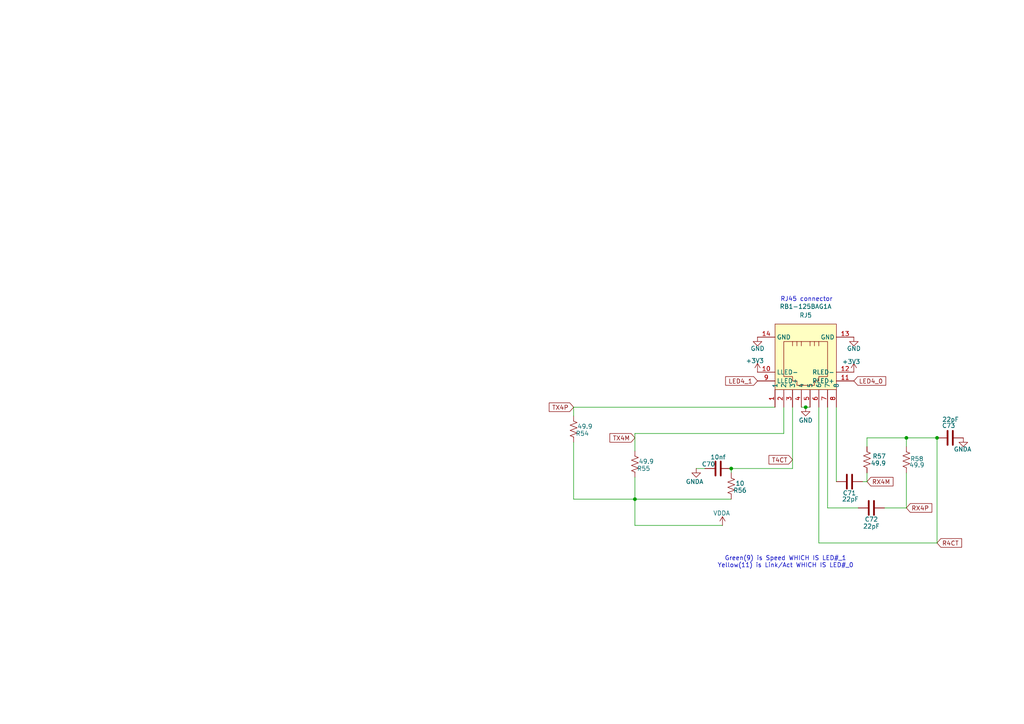
<source format=kicad_sch>
(kicad_sch (version 20250114) (generator "eeschema") (generator_version "9.0")
  (paper "A4")
  (title_block (date "2025-04-01") (rev "1") (company "Bronco Space") (comment 1 "SCALES") (comment 2 "By John Pollak"))
  (lib_symbols
    (symbol "Device:C" (pin_numbers (hide yes)) (pin_names (offset 0.254))
      (property "Reference" "C" (at 0.635 2.54 0))
      (property "Value" "C" (at 0.635 -2.54 0))
      (symbol "C_0_1"
        (polyline (pts (xy -2.032 0.762) (xy 2.032 0.762)) (stroke (width 0.508)))
        (polyline (pts (xy -2.032 -0.762) (xy 2.032 -0.762)) (stroke (width 0.508)))
      )
      (symbol "C_1_1"
        (pin passive line (at 0 3.81 270) (length 2.794) (name "~") (number "1"))
        (pin passive line (at 0 -3.81 90) (length 2.794) (name "~") (number "2"))
      )
    )
    (symbol "Device:R_US" (pin_numbers (hide yes)) (pin_names (offset 0))
      (property "Reference" "R" (at 2.54 0 90))
      (property "Value" "R_US" (at -2.54 0 90))
      (symbol "R_US_0_1"
        (polyline (pts (xy 0 2.286) (xy 0 2.54)))
        (polyline (pts (xy 0 2.286) (xy 1.016 1.905) (xy 0 1.524) (xy -1.016 1.143) (xy 0 0.762)))
        (polyline (pts (xy 0 0.762) (xy 1.016 0.381) (xy 0 0) (xy -1.016 -0.381) (xy 0 -0.762)))
        (polyline (pts (xy 0 -0.762) (xy 1.016 -1.143) (xy 0 -1.524) (xy -1.016 -1.905) (xy 0 -2.286)))
        (polyline (pts (xy 0 -2.286) (xy 0 -2.54)))
      )
      (symbol "R_US_1_1"
        (pin passive line (at 0 3.81 270) (length 1.27) (name "~") (number "1"))
        (pin passive line (at 0 -3.81 90) (length 1.27) (name "~") (number "2"))
      )
    )
    (symbol "easyeda2kicad:RB1-125BAG1A"
      (property "Reference" "RJ" (at 0 12.7 0))
      (property "Value" "RB1-125BAG1A" (at 0 -17.78 0))
      (symbol "RB1-125BAG1A_0_1"
        (rectangle (start -7.62 11.43) (end 10.16 -7.62) (fill (type background)))
        (polyline (pts (xy -2.54 6.35) (xy -2.54 5.08) (xy -2.54 5.08)))
        (polyline (pts (xy -1.27 6.35) (xy -1.27 5.08) (xy -1.27 5.08)))
        (polyline (pts (xy 0 6.35) (xy 0 5.08) (xy 0 5.08)))
        (polyline (pts (xy 2.54 6.35) (xy 2.54 5.08) (xy 2.54 5.08)))
        (polyline (pts (xy 3.81 6.35) (xy 3.81 5.08) (xy 3.81 5.08)))
        (polyline (pts (xy 5.08 6.35) (xy 5.08 5.08) (xy 5.08 5.08)))
        (polyline (pts (xy 7.62 6.35) (xy -5.08 6.35) (xy -5.08 -3.81) (xy -2.54 -3.81) (xy -2.54 -5.08) (xy -1.27 -5.08) (xy -1.27 -5.08) (xy -1.27 -6.35) (xy 3.81 -6.35) (xy 3.81 -5.08) (xy 5.08 -5.08) (xy 5.08 -3.81) (xy 7.62 -3.81) (xy 7.62 6.35) (xy 7.62 5.08)))
        (pin unspecified line (at -12.7 7.62 0) (length 5.08) (name "GND") (number "14"))
        (pin unspecified line (at -12.7 -2.54 0) (length 5.08) (name "LLED-") (number "10"))
        (pin unspecified line (at -12.7 -5.08 0) (length 5.08) (name "LLED+") (number "9"))
        (pin unspecified line (at -7.62 -12.7 90) (length 5.08) (name "1") (number "1"))
        (pin unspecified line (at -5.08 -12.7 90) (length 5.08) (name "2") (number "2"))
        (pin unspecified line (at -2.54 -12.7 90) (length 5.08) (name "3") (number "3"))
        (pin unspecified line (at 0 -12.7 90) (length 5.08) (name "4") (number "4"))
        (pin unspecified line (at 2.54 -12.7 90) (length 5.08) (name "5") (number "5"))
        (pin unspecified line (at 5.08 -12.7 90) (length 5.08) (name "6") (number "6"))
        (pin unspecified line (at 7.62 -12.7 90) (length 5.08) (name "7") (number "7"))
        (pin unspecified line (at 10.16 -12.7 90) (length 5.08) (name "8") (number "8"))
        (pin unspecified line (at 15.24 7.62 180) (length 5.08) (name "GND") (number "13"))
        (pin unspecified line (at 15.24 -2.54 180) (length 5.08) (name "RLED-") (number "12"))
        (pin unspecified line (at 15.24 -5.08 180) (length 5.08) (name "RLED+") (number "11"))
      )
    )
    (symbol "power:+3V3" (power) (pin_numbers (hide yes)) (pin_names (offset 0) (hide yes))
      (property "Value" "+3V3" (at 0 3.556 0))
      (symbol "+3V3_0_1"
        (polyline (pts (xy -0.762 1.27) (xy 0 2.54)))
        (polyline (pts (xy 0 2.54) (xy 0.762 1.27)))
        (polyline (pts (xy 0 0) (xy 0 2.54)))
      )
      (symbol "+3V3_1_1"
        (pin power_in line (at 0 0 90) (length 0) (name "~") (number "1"))
      )
    )
    (symbol "power:GND" (power) (pin_numbers (hide yes)) (pin_names (offset 0) (hide yes))
      (property "Value" "GND" (at 0 -3.81 0))
      (symbol "GND_0_1"
        (polyline (pts (xy 0 0) (xy 0 -1.27) (xy 1.27 -1.27) (xy 0 -2.54) (xy -1.27 -1.27) (xy 0 -1.27)))
      )
      (symbol "GND_1_1"
        (pin power_in line (at 0 0 270) (length 0) (name "~") (number "1"))
      )
    )
    (symbol "power:VPP" (power) (pin_numbers (hide yes)) (pin_names (offset 0) (hide yes))
      (property "Value" "VPP" (at 0 3.556 0))
      (symbol "VPP_0_1"
        (polyline (pts (xy -0.762 1.27) (xy 0 2.54)))
        (polyline (pts (xy 0 2.54) (xy 0.762 1.27)))
        (polyline (pts (xy 0 0) (xy 0 2.54)))
      )
      (symbol "VPP_1_1"
        (pin power_in line (at 0 0 90) (length 0) (name "~") (number "1"))
      )
    )
  )
  (text "Green(9) is Speed WHICH IS LED#_1\nYellow(11) is Link/Act WHICH IS LED#_0\n" (at 227.838 163.068 0) (effects (font (size 1.27 1.27))))
  (text "RJ45 connector" (at 233.934 86.868 0) (effects (font (size 1.27 1.27))))
  (junction (at 212.09 135.89))
  (junction (at 233.68 118.11))
  (junction (at 262.89 127))
  (junction (at 271.78 127))
  (junction (at 184.15 144.78))
  (wire (pts (xy 166.37 144.78) (xy 184.15 144.78)))
  (wire (pts (xy 212.09 144.78) (xy 184.15 144.78)))
  (wire (pts (xy 237.49 118.11) (xy 237.49 157.48)))
  (wire (pts (xy 184.15 130.81) (xy 184.15 125.73)))
  (wire (pts (xy 262.89 147.32) (xy 262.89 137.16)))
  (wire (pts (xy 201.93 135.89) (xy 204.47 135.89)))
  (wire (pts (xy 240.03 147.32) (xy 240.03 118.11)))
  (wire (pts (xy 166.37 118.11) (xy 224.79 118.11)))
  (wire (pts (xy 271.78 157.48) (xy 271.78 127)))
  (wire (pts (xy 212.09 135.89) (xy 229.87 135.89)))
  (wire (pts (xy 166.37 128.27) (xy 166.37 144.78)))
  (wire (pts (xy 212.09 137.16) (xy 212.09 135.89)))
  (wire (pts (xy 234.95 118.11) (xy 233.68 118.11)))
  (wire (pts (xy 209.55 152.4) (xy 184.15 152.4)))
  (wire (pts (xy 227.33 125.73) (xy 227.33 118.11)))
  (wire (pts (xy 248.92 147.32) (xy 240.03 147.32)))
  (wire (pts (xy 237.49 157.48) (xy 271.78 157.48)))
  (wire (pts (xy 262.89 127) (xy 262.89 129.54)))
  (wire (pts (xy 251.46 127) (xy 251.46 129.54)))
  (wire (pts (xy 184.15 152.4) (xy 184.15 144.78)))
  (wire (pts (xy 229.87 118.11) (xy 229.87 135.89)))
  (wire (pts (xy 251.46 139.7) (xy 250.19 139.7)))
  (wire (pts (xy 233.68 118.11) (xy 232.41 118.11)))
  (wire (pts (xy 256.54 147.32) (xy 262.89 147.32)))
  (wire (pts (xy 166.37 118.11) (xy 166.37 120.65)))
  (wire (pts (xy 251.46 139.7) (xy 251.46 137.16)))
  (wire (pts (xy 251.46 127) (xy 262.89 127)))
  (wire (pts (xy 242.57 118.11) (xy 242.57 139.7)))
  (wire (pts (xy 227.33 125.73) (xy 184.15 125.73)))
  (wire (pts (xy 184.15 138.43) (xy 184.15 144.78)))
  (wire (pts (xy 271.78 127) (xy 262.89 127)))
  (global_label "LED4_0" (shape input) (at 247.65 110.49 0) (property "Intersheetrefs" "${INTERSHEET_REFS}" (effects (hide yes))))
  (global_label "T4CT" (shape input) (at 229.87 133.35 180) (property "Intersheetrefs" "${INTERSHEET_REFS}" (effects (hide yes))))
  (global_label "TX4M" (shape input) (at 184.15 127 180) (property "Intersheetrefs" "${INTERSHEET_REFS}" (effects (hide yes))))
  (global_label "R4CT" (shape input) (at 271.78 157.48 0) (property "Intersheetrefs" "${INTERSHEET_REFS}" (effects (hide yes))))
  (global_label "RX4M" (shape input) (at 251.46 139.7 0) (property "Intersheetrefs" "${INTERSHEET_REFS}" (effects (hide yes))))
  (global_label "TX4P" (shape input) (at 166.37 118.11 180) (property "Intersheetrefs" "${INTERSHEET_REFS}" (effects (hide yes))))
  (global_label "LED4_1" (shape input) (at 219.71 110.49 180) (property "Intersheetrefs" "${INTERSHEET_REFS}" (effects (hide yes))))
  (global_label "RX4P" (shape input) (at 262.89 147.32 0) (property "Intersheetrefs" "${INTERSHEET_REFS}" (effects (hide yes))))
  (symbol (lib_id "power:GND") (at 247.65 97.79 0) (unit 1)
    (property "Reference" "#PWR0120" (effects (hide yes)))
    (property "Value" "GND" (at 245.618 101.092 0) (effects (justify left)))
    (property "Description" "Power symbol creates a global label with name \"GND\" , ground" (effects (hide yes)))
  )
  (symbol (lib_id "power:GND") (at 219.71 97.79 0) (unit 1)
    (property "Reference" "#PWR0117" (effects (hide yes)))
    (property "Value" "GND" (at 217.678 101.092 0) (effects (justify left)))
    (property "Description" "Power symbol creates a global label with name \"GND\" , ground" (effects (hide yes)))
  )
  (symbol (lib_id "Device:C") (at 252.73 147.32 270) (unit 1)
    (property "Reference" "C72" (at 252.73 150.622 90))
    (property "Value" "22pF" (at 252.73 152.654 90))
    (property "Footprint" "Capacitor_SMD:C_0402_1005Metric" (effects (hide yes)))
    (property "Description" "Unpolarized capacitor" (effects (hide yes)))
  )
  (symbol (lib_id "power:+3V3") (at 247.65 107.95 0) (unit 1)
    (property "Reference" "#PWR0121" (effects (hide yes)))
    (property "Value" "+3V3" (at 246.888 104.902 0))
    (property "Description" "Power symbol creates a global label with name \"+3V3\"" (effects (hide yes)))
  )
  (symbol (lib_id "power:VPP") (at 209.55 152.4 0) (unit 1)
    (property "Reference" "#PWR0116" (effects (hide yes)))
    (property "Value" "VDDA" (at 209.296 148.844 0))
    (property "Description" "Power symbol creates a global label with name \"VPP\"" (effects (hide yes)))
  )
  (symbol (lib_id "easyeda2kicad:RB1-125BAG1A") (at 232.41 105.41 0) (unit 1)
    (property "Reference" "RJ5" (at 233.68 91.44 0))
    (property "Value" "RB1-125BAG1A" (at 233.68 88.9 0))
    (property "Footprint" "easyeda2kicad:RJ45-TH_RB1-125BAG1A" (effects (hide yes)))
    (property "Datasheet" "https://lcsc.com/product-detail/Ethernet-Connectors-Modular-Connectors-RJ45-RJ11_WIZNET-RB1-125BAG1A_C910370.html" (effects (hide yes)))
    (property "LCSC Part" "C910370" (effects (hide yes)))
  )
  (symbol (lib_id "Device:R_US") (at 262.89 133.35 0) (unit 1)
    (property "Reference" "R58" (at 265.938 133.096 0))
    (property "Value" "49.9" (at 265.938 134.874 0))
    (property "Footprint" "Resistor_SMD:R_0603_1608Metric" (effects (hide yes)))
    (property "Description" "Resistor, US symbol" (effects (hide yes)))
  )
  (symbol (lib_id "Device:R_US") (at 251.46 133.35 0) (unit 1)
    (property "Reference" "R57" (at 255.016 132.334 0))
    (property "Value" "49.9" (at 254.762 134.366 0))
    (property "Footprint" "Resistor_SMD:R_0603_1608Metric" (effects (hide yes)))
    (property "Description" "Resistor, US symbol" (effects (hide yes)))
  )
  (symbol (lib_id "Device:R_US") (at 184.15 134.62 0) (unit 1)
    (property "Reference" "R55" (at 186.69 135.89 0))
    (property "Value" "49.9" (at 187.452 133.858 0))
    (property "Footprint" "Resistor_SMD:R_0603_1608Metric" (effects (hide yes)))
    (property "Description" "Resistor, US symbol" (effects (hide yes)))
  )
  (symbol (lib_id "Device:R_US") (at 212.09 140.97 0) (unit 1)
    (property "Reference" "R56" (at 214.63 142.24 0))
    (property "Value" "10" (at 214.63 140.208 0))
    (property "Footprint" "Resistor_SMD:R_0603_1608Metric" (effects (hide yes)))
    (property "Description" "Resistor, US symbol" (effects (hide yes)))
  )
  (symbol (lib_id "Device:C") (at 246.38 139.7 270) (unit 1)
    (property "Reference" "C71" (at 246.38 143.002 90))
    (property "Value" "22pF" (at 246.634 144.78 90))
    (property "Footprint" "Capacitor_SMD:C_0402_1005Metric" (effects (hide yes)))
    (property "Description" "Unpolarized capacitor" (effects (hide yes)))
  )
  (symbol (lib_id "Device:R_US") (at 166.37 124.46 0) (unit 1)
    (property "Reference" "R54" (at 168.91 125.73 0))
    (property "Value" "49.9" (at 169.672 123.698 0))
    (property "Footprint" "Resistor_SMD:R_0603_1608Metric" (effects (hide yes)))
    (property "Description" "Resistor, US symbol" (effects (hide yes)))
  )
  (symbol (lib_id "Device:C") (at 208.28 135.89 90) (unit 1)
    (property "Reference" "C70" (at 205.486 134.62 90))
    (property "Value" "10nf" (at 208.28 132.588 90))
    (property "Footprint" "Capacitor_SMD:C_0402_1005Metric" (effects (hide yes)))
    (property "Description" "Unpolarized capacitor" (effects (hide yes)))
  )
  (symbol (lib_id "power:GND") (at 233.68 118.11 0) (unit 1)
    (property "Reference" "#PWR0119" (effects (hide yes)))
    (property "Value" "GND" (at 233.68 121.92 0))
    (property "Description" "Power symbol creates a global label with name \"GND\" , ground" (effects (hide yes)))
  )
  (symbol (lib_id "power:GND") (at 279.4 127 0) (unit 1)
    (property "Reference" "#PWR0122" (effects (hide yes)))
    (property "Value" "GNDA" (at 276.606 130.302 0) (effects (justify left)))
    (property "Description" "Power symbol creates a global label with name \"GND\" , ground" (effects (hide yes)))
  )
  (symbol (lib_id "power:GND") (at 201.93 135.89 0) (unit 1)
    (property "Reference" "#PWR0115" (effects (hide yes)))
    (property "Value" "GNDA" (at 198.882 139.7 0) (effects (justify left)))
    (property "Description" "Power symbol creates a global label with name \"GND\" , ground" (effects (hide yes)))
  )
  (symbol (lib_id "power:+3V3") (at 219.71 107.95 0) (unit 1)
    (property "Reference" "#PWR0118" (effects (hide yes)))
    (property "Value" "+3V3" (at 218.948 104.648 0))
    (property "Description" "Power symbol creates a global label with name \"+3V3\"" (effects (hide yes)))
  )
  (symbol (lib_id "Device:C") (at 275.59 127 270) (unit 1)
    (property "Reference" "C73" (at 277.114 123.444 90) (effects (justify right)))
    (property "Value" "22pF" (at 278.13 121.666 90) (effects (justify right)))
    (property "Footprint" "Capacitor_SMD:C_0402_1005Metric" (effects (hide yes)))
    (property "Description" "Unpolarized capacitor" (effects (hide yes)))
  )
)
</source>
